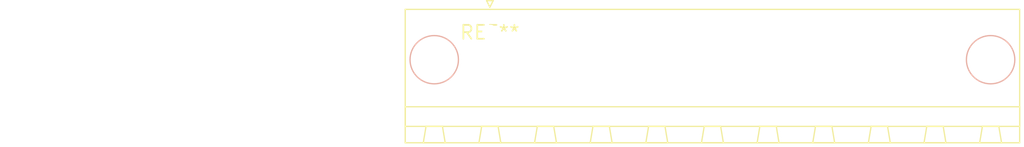
<source format=kicad_pcb>
(kicad_pcb (version 20240108) (generator pcbnew)
  (layers (0 "F.Cu" signal) (31 "B.Cu" signal) (34 "B.Paste" user) (35 "F.Paste" user) (36 "B.SilkS" user "B.Silkscreen") (37 "F.SilkS" user "F.Silkscreen") (38 "B.Mask" user) (39 "F.Mask" user) (44 "Edge.Cuts" user))
  (net 0 "")
  (footprint "PhoenixContact_MSTB_2,5_9-GF-5,08_1x09_P5.08mm_Horizontal_ThreadedFlange_MountHole" (layer "F.Cu") (at 0 0)
    (property "Reference" "REF**")
    (property "Value" "PhoenixContact_MSTB_2,5_9-GF-5,08_1x09_P5.08mm_Horizontal_ThreadedFlange_MountHole")
    (fp_circle (center -5.08 2.5) (end -2.87 2.5) (layer "B.SilkS") (stroke (width 0.12)) (fill none))
    (fp_circle (center 45.72 2.5) (end 47.93 2.5) (layer "B.SilkS") (stroke (width 0.12)) (fill none))
    (fp_line (start -7.73 -2.11) (end -7.73 10.11) (layer "F.SilkS") (stroke (width 0.12)))
    (fp_line (start -7.73 6.81) (end 48.37 6.81) (layer "F.SilkS") (stroke (width 0.12)))
    (fp_line (start -7.73 8.61) (end -7.73 6.81) (layer "F.SilkS") (stroke (width 0.12)))
    (fp_line (start -7.73 10.11) (end 48.37 10.11) (layer "F.SilkS") (stroke (width 0.12)))
    (fp_line (start -6.08 10.11) (end -4.08 10.11) (layer "F.SilkS") (stroke (width 0.12)))
    (fp_line (start -5.83 8.61) (end -6.08 10.11) (layer "F.SilkS") (stroke (width 0.12)))
    (fp_line (start -4.33 8.61) (end -5.83 8.61) (layer "F.SilkS") (stroke (width 0.12)))
    (fp_line (start -4.08 10.11) (end -4.33 8.61) (layer "F.SilkS") (stroke (width 0.12)))
    (fp_line (start -1 10.11) (end 1 10.11) (layer "F.SilkS") (stroke (width 0.12)))
    (fp_line (start -0.75 8.61) (end -1 10.11) (layer "F.SilkS") (stroke (width 0.12)))
    (fp_line (start -0.3 -2.91) (end 0.3 -2.91) (layer "F.SilkS") (stroke (width 0.12)))
    (fp_line (start 0 -2.31) (end -0.3 -2.91) (layer "F.SilkS") (stroke (width 0.12)))
    (fp_line (start 0.3 -2.91) (end 0 -2.31) (layer "F.SilkS") (stroke (width 0.12)))
    (fp_line (start 0.75 8.61) (end -0.75 8.61) (layer "F.SilkS") (stroke (width 0.12)))
    (fp_line (start 1 10.11) (end 0.75 8.61) (layer "F.SilkS") (stroke (width 0.12)))
    (fp_line (start 4.08 10.11) (end 6.08 10.11) (layer "F.SilkS") (stroke (width 0.12)))
    (fp_line (start 4.33 8.61) (end 4.08 10.11) (layer "F.SilkS") (stroke (width 0.12)))
    (fp_line (start 5.83 8.61) (end 4.33 8.61) (layer "F.SilkS") (stroke (width 0.12)))
    (fp_line (start 6.08 10.11) (end 5.83 8.61) (layer "F.SilkS") (stroke (width 0.12)))
    (fp_line (start 9.16 10.11) (end 11.16 10.11) (layer "F.SilkS") (stroke (width 0.12)))
    (fp_line (start 9.41 8.61) (end 9.16 10.11) (layer "F.SilkS") (stroke (width 0.12)))
    (fp_line (start 10.91 8.61) (end 9.41 8.61) (layer "F.SilkS") (stroke (width 0.12)))
    (fp_line (start 11.16 10.11) (end 10.91 8.61) (layer "F.SilkS") (stroke (width 0.12)))
    (fp_line (start 14.24 10.11) (end 16.24 10.11) (layer "F.SilkS") (stroke (width 0.12)))
    (fp_line (start 14.49 8.61) (end 14.24 10.11) (layer "F.SilkS") (stroke (width 0.12)))
    (fp_line (start 15.99 8.61) (end 14.49 8.61) (layer "F.SilkS") (stroke (width 0.12)))
    (fp_line (start 16.24 10.11) (end 15.99 8.61) (layer "F.SilkS") (stroke (width 0.12)))
    (fp_line (start 19.32 10.11) (end 21.32 10.11) (layer "F.SilkS") (stroke (width 0.12)))
    (fp_line (start 19.57 8.61) (end 19.32 10.11) (layer "F.SilkS") (stroke (width 0.12)))
    (fp_line (start 21.07 8.61) (end 19.57 8.61) (layer "F.SilkS") (stroke (width 0.12)))
    (fp_line (start 21.32 10.11) (end 21.07 8.61) (layer "F.SilkS") (stroke (width 0.12)))
    (fp_line (start 24.4 10.11) (end 26.4 10.11) (layer "F.SilkS") (stroke (width 0.12)))
    (fp_line (start 24.65 8.61) (end 24.4 10.11) (layer "F.SilkS") (stroke (width 0.12)))
    (fp_line (start 26.15 8.61) (end 24.65 8.61) (layer "F.SilkS") (stroke (width 0.12)))
    (fp_line (start 26.4 10.11) (end 26.15 8.61) (layer "F.SilkS") (stroke (width 0.12)))
    (fp_line (start 29.48 10.11) (end 31.48 10.11) (layer "F.SilkS") (stroke (width 0.12)))
    (fp_line (start 29.73 8.61) (end 29.48 10.11) (layer "F.SilkS") (stroke (width 0.12)))
    (fp_line (start 31.23 8.61) (end 29.73 8.61) (layer "F.SilkS") (stroke (width 0.12)))
    (fp_line (start 31.48 10.11) (end 31.23 8.61) (layer "F.SilkS") (stroke (width 0.12)))
    (fp_line (start 34.56 10.11) (end 36.56 10.11) (layer "F.SilkS") (stroke (width 0.12)))
    (fp_line (start 34.81 8.61) (end 34.56 10.11) (layer "F.SilkS") (stroke (width 0.12)))
    (fp_line (start 36.31 8.61) (end 34.81 8.61) (layer "F.SilkS") (stroke (width 0.12)))
    (fp_line (start 36.56 10.11) (end 36.31 8.61) (layer "F.SilkS") (stroke (width 0.12)))
    (fp_line (start 39.64 10.11) (end 41.64 10.11) (layer "F.SilkS") (stroke (width 0.12)))
    (fp_line (start 39.89 8.61) (end 39.64 10.11) (layer "F.SilkS") (stroke (width 0.12)))
    (fp_line (start 41.39 8.61) (end 39.89 8.61) (layer "F.SilkS") (stroke (width 0.12)))
    (fp_line (start 41.64 10.11) (end 41.39 8.61) (layer "F.SilkS") (stroke (width 0.12)))
    (fp_line (start 44.72 10.11) (end 46.72 10.11) (layer "F.SilkS") (stroke (width 0.12)))
    (fp_line (start 44.97 8.61) (end 44.72 10.11) (layer "F.SilkS") (stroke (width 0.12)))
    (fp_line (start 46.47 8.61) (end 44.97 8.61) (layer "F.SilkS") (stroke (width 0.12)))
    (fp_line (start 46.72 10.11) (end 46.47 8.61) (layer "F.SilkS") (stroke (width 0.12)))
    (fp_line (start 48.37 -2.11) (end -7.73 -2.11) (layer "F.SilkS") (stroke (width 0.12)))
    (fp_line (start 48.37 6.81) (end 48.37 8.61) (layer "F.SilkS") (stroke (width 0.12)))
    (fp_line (start 48.37 8.61) (end -7.73 8.61) (layer "F.SilkS") (stroke (width 0.12)))
    (fp_line (start 48.37 10.11) (end 48.37 -2.11) (layer "F.SilkS") (stroke (width 0.12)))
    (pad "" np_thru_hole circle (at -5.08 2.5) (size 2.4 2.4) (drill 2.4) (layers *.Cu *.Mask))
    (pad "" np_thru_hole circle (at 45.72 2.5) (size 2.4 2.4) (drill 2.4) (layers *.Cu *.Mask))
    (pad "1" thru_hole roundrect (at 0 0) (size 2.08 3.6) (drill 1.4) (layers *.Cu *.Mask) (remove_unused_layers) (roundrect_rratio 0.120192))
    (pad "2" thru_hole oval (at 5.08 0) (size 2.08 3.6) (drill 1.4) (layers *.Cu *.Mask) (remove_unused_layers))
    (pad "3" thru_hole oval (at 10.16 0) (size 2.08 3.6) (drill 1.4) (layers *.Cu *.Mask) (remove_unused_layers))
    (pad "4" thru_hole oval (at 15.24 0) (size 2.08 3.6) (drill 1.4) (layers *.Cu *.Mask) (remove_unused_layers))
    (pad "5" thru_hole oval (at 20.32 0) (size 2.08 3.6) (drill 1.4) (layers *.Cu *.Mask) (remove_unused_layers))
    (pad "6" thru_hole oval (at 25.4 0) (size 2.08 3.6) (drill 1.4) (layers *.Cu *.Mask) (remove_unused_layers))
    (pad "7" thru_hole oval (at 30.48 0) (size 2.08 3.6) (drill 1.4) (layers *.Cu *.Mask) (remove_unused_layers))
    (pad "8" thru_hole oval (at 35.56 0) (size 2.08 3.6) (drill 1.4) (layers *.Cu *.Mask) (remove_unused_layers))
    (pad "9" thru_hole oval (at 40.64 0) (size 2.08 3.6) (drill 1.4) (layers *.Cu *.Mask) (remove_unused_layers))
  )
)
</source>
